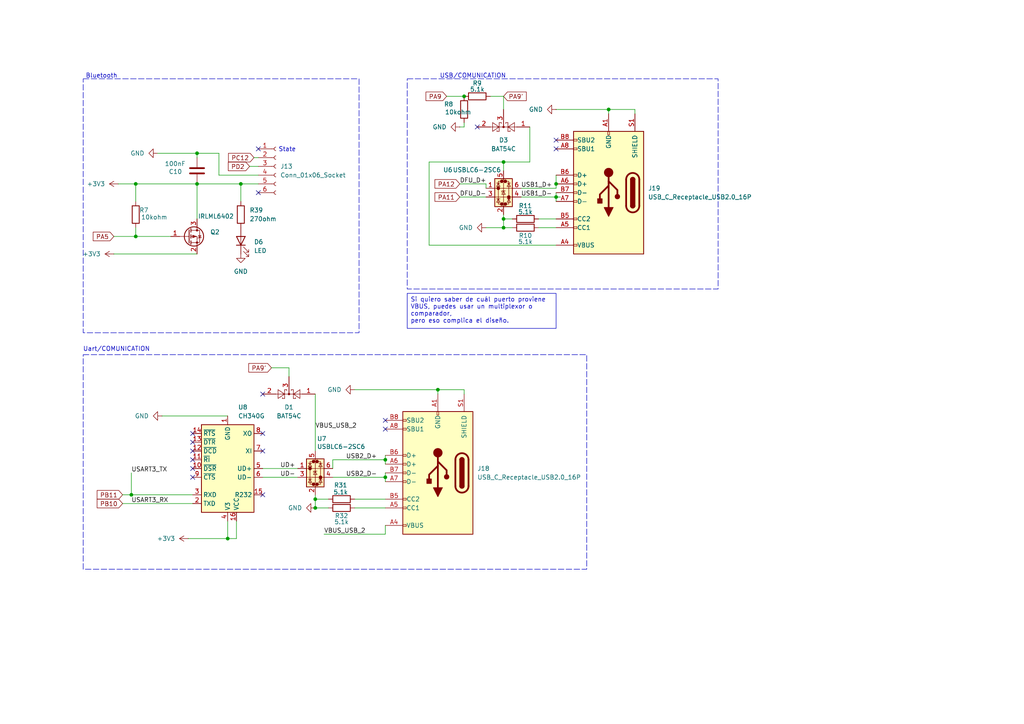
<source format=kicad_sch>
(kicad_sch (version 20231120) (generator "eeschema") (generator_version "8.0")
  (paper "A4")
  (lib_symbols
    (symbol "Connector:Conn_01x06_Socket" (pin_names (offset 1.016) hide)
      (property "Reference" "J" (at 0 7.62 0))
      (property "Value" "Conn_01x06_Socket" (at 0 -10.16 0))
      (symbol "Conn_01x06_Socket_1_1"
        (arc (start 0 -7.112) (mid -0.5058 -7.62) (end 0 -8.128) (stroke (width 0.1524)))
        (arc (start 0 -4.572) (mid -0.5058 -5.08) (end 0 -5.588) (stroke (width 0.1524)))
        (arc (start 0 -2.032) (mid -0.5058 -2.54) (end 0 -3.048) (stroke (width 0.1524)))
        (polyline (pts (xy -1.27 -7.62) (xy -0.508 -7.62)) (stroke (width 0.1524)))
        (polyline (pts (xy -1.27 -5.08) (xy -0.508 -5.08)) (stroke (width 0.1524)))
        (polyline (pts (xy -1.27 -2.54) (xy -0.508 -2.54)) (stroke (width 0.1524)))
        (polyline (pts (xy -1.27 0) (xy -0.508 0)) (stroke (width 0.1524)))
        (polyline (pts (xy -1.27 2.54) (xy -0.508 2.54)) (stroke (width 0.1524)))
        (polyline (pts (xy -1.27 5.08) (xy -0.508 5.08)) (stroke (width 0.1524)))
        (arc (start 0 0.508) (mid -0.5058 0) (end 0 -0.508) (stroke (width 0.1524)))
        (arc (start 0 3.048) (mid -0.5058 2.54) (end 0 2.032) (stroke (width 0.1524)))
        (arc (start 0 5.588) (mid -0.5058 5.08) (end 0 4.572) (stroke (width 0.1524)))
        (pin passive line (at -5.08 5.08 0) (length 3.81) (name "Pin_1") (number "1"))
        (pin passive line (at -5.08 2.54 0) (length 3.81) (name "Pin_2") (number "2"))
        (pin passive line (at -5.08 0 0) (length 3.81) (name "Pin_3") (number "3"))
        (pin passive line (at -5.08 -2.54 0) (length 3.81) (name "Pin_4") (number "4"))
        (pin passive line (at -5.08 -5.08 0) (length 3.81) (name "Pin_5") (number "5"))
        (pin passive line (at -5.08 -7.62 0) (length 3.81) (name "Pin_6") (number "6"))
      )
    )
    (symbol "Connector:USB_C_Receptacle_USB2.0_16P" (pin_names (offset 1.016))
      (property "Reference" "J" (at 0 22.225 0))
      (property "Value" "USB_C_Receptacle_USB2.0_16P" (at 0 19.685 0))
      (symbol "USB_C_Receptacle_USB2.0_16P_0_0"
        (rectangle (start -0.254 -17.78) (end 0.254 -16.764))
        (rectangle (start 10.16 -14.986) (end 9.144 -15.494))
        (rectangle (start 10.16 -12.446) (end 9.144 -12.954))
        (rectangle (start 10.16 -4.826) (end 9.144 -5.334))
        (rectangle (start 10.16 -2.286) (end 9.144 -2.794))
        (rectangle (start 10.16 0.254) (end 9.144 -0.254))
        (rectangle (start 10.16 2.794) (end 9.144 2.286))
        (rectangle (start 10.16 7.874) (end 9.144 7.366))
        (rectangle (start 10.16 10.414) (end 9.144 9.906))
        (rectangle (start 10.16 15.494) (end 9.144 14.986))
      )
      (symbol "USB_C_Receptacle_USB2.0_16P_0_1"
        (rectangle (start -10.16 17.78) (end 10.16 -17.78) (stroke (width 0.254)) (fill (type background)))
        (arc (start -8.89 -3.81) (mid -6.985 -5.7067) (end -5.08 -3.81) (stroke (width 0.508)))
        (arc (start -7.62 -3.81) (mid -6.985 -4.4423) (end -6.35 -3.81) (stroke (width 0.254)))
        (arc (start -7.62 -3.81) (mid -6.985 -4.4423) (end -6.35 -3.81) (stroke (width 0.254)) (fill (type outline)))
        (rectangle (start -7.62 -3.81) (end -6.35 3.81) (stroke (width 0.254)) (fill (type outline)))
        (arc (start -6.35 3.81) (mid -6.985 4.4423) (end -7.62 3.81) (stroke (width 0.254)))
        (arc (start -6.35 3.81) (mid -6.985 4.4423) (end -7.62 3.81) (stroke (width 0.254)) (fill (type outline)))
        (arc (start -5.08 3.81) (mid -6.985 5.7067) (end -8.89 3.81) (stroke (width 0.508)))
        (circle (center -2.54 1.143) (radius 0.635) (stroke (width 0.254)) (fill (type outline)))
        (circle (center 0 -5.842) (radius 1.27) (fill (type outline)))
        (polyline (pts (xy -8.89 -3.81) (xy -8.89 3.81)) (stroke (width 0.508)))
        (polyline (pts (xy -5.08 3.81) (xy -5.08 -3.81)) (stroke (width 0.508)))
        (polyline (pts (xy 0 -5.842) (xy 0 4.318)) (stroke (width 0.508)))
        (polyline (pts (xy 0 -3.302) (xy -2.54 -0.762) (xy -2.54 0.508)) (stroke (width 0.508)))
        (polyline (pts (xy 0 -2.032) (xy 2.54 0.508) (xy 2.54 1.778)) (stroke (width 0.508)))
        (polyline (pts (xy -1.27 4.318) (xy 0 6.858) (xy 1.27 4.318) (xy -1.27 4.318)) (stroke (width 0.254)) (fill (type outline)))
        (rectangle (start 1.905 1.778) (end 3.175 3.048) (stroke (width 0.254)) (fill (type outline)))
      )
      (symbol "USB_C_Receptacle_USB2.0_16P_1_1"
        (pin passive line (at 0 -22.86 90) (length 5.08) (name "GND") (number "A1"))
        (pin passive line (at 0 -22.86 90) (length 5.08) hide (name "GND") (number "A12"))
        (pin passive line (at 15.24 15.24 180) (length 5.08) (name "VBUS") (number "A4"))
        (pin bidirectional line (at 15.24 10.16 180) (length 5.08) (name "CC1") (number "A5"))
        (pin bidirectional line (at 15.24 -2.54 180) (length 5.08) (name "D+") (number "A6"))
        (pin bidirectional line (at 15.24 2.54 180) (length 5.08) (name "D-") (number "A7"))
        (pin bidirectional line (at 15.24 -12.7 180) (length 5.08) (name "SBU1") (number "A8"))
        (pin passive line (at 15.24 15.24 180) (length 5.08) hide (name "VBUS") (number "A9"))
        (pin passive line (at 0 -22.86 90) (length 5.08) hide (name "GND") (number "B1"))
        (pin passive line (at 0 -22.86 90) (length 5.08) hide (name "GND") (number "B12"))
        (pin passive line (at 15.24 15.24 180) (length 5.08) hide (name "VBUS") (number "B4"))
        (pin bidirectional line (at 15.24 7.62 180) (length 5.08) (name "CC2") (number "B5"))
        (pin bidirectional line (at 15.24 -5.08 180) (length 5.08) (name "D+") (number "B6"))
        (pin bidirectional line (at 15.24 0 180) (length 5.08) (name "D-") (number "B7"))
        (pin bidirectional line (at 15.24 -15.24 180) (length 5.08) (name "SBU2") (number "B8"))
        (pin passive line (at 15.24 15.24 180) (length 5.08) hide (name "VBUS") (number "B9"))
        (pin passive line (at -7.62 -22.86 90) (length 5.08) (name "SHIELD") (number "S1"))
      )
    )
    (symbol "Device:C" (pin_numbers hide) (pin_names (offset 0.254))
      (property "Reference" "C" (at 0.635 2.54 0))
      (property "Value" "C" (at 0.635 -2.54 0))
      (symbol "C_0_1"
        (polyline (pts (xy -2.032 -0.762) (xy 2.032 -0.762)) (stroke (width 0.508)))
        (polyline (pts (xy -2.032 0.762) (xy 2.032 0.762)) (stroke (width 0.508)))
      )
      (symbol "C_1_1"
        (pin passive line (at 0 3.81 270) (length 2.794) (name "~") (number "1"))
        (pin passive line (at 0 -3.81 90) (length 2.794) (name "~") (number "2"))
      )
    )
    (symbol "Device:LED" (pin_numbers hide) (pin_names (offset 1.016) hide)
      (property "Reference" "D" (at 0 2.54 0))
      (property "Value" "LED" (at 0 -2.54 0))
      (symbol "LED_0_1"
        (polyline (pts (xy -1.27 -1.27) (xy -1.27 1.27)) (stroke (width 0.254)))
        (polyline (pts (xy -1.27 0) (xy 1.27 0)))
        (polyline (pts (xy 1.27 -1.27) (xy 1.27 1.27) (xy -1.27 0) (xy 1.27 -1.27)) (stroke (width 0.254)))
        (polyline (pts (xy -3.048 -0.762) (xy -4.572 -2.286) (xy -3.81 -2.286) (xy -4.572 -2.286) (xy -4.572 -1.524)))
        (polyline (pts (xy -1.778 -0.762) (xy -3.302 -2.286) (xy -2.54 -2.286) (xy -3.302 -2.286) (xy -3.302 -1.524)))
      )
      (symbol "LED_1_1"
        (pin passive line (at -3.81 0 0) (length 2.54) (name "K") (number "1"))
        (pin passive line (at 3.81 0 180) (length 2.54) (name "A") (number "2"))
      )
    )
    (symbol "Device:R" (pin_numbers hide) (pin_names (offset 0))
      (property "Reference" "R" (at 2.032 0 90))
      (property "Value" "R" (at 0 0 90))
      (symbol "R_0_1"
        (rectangle (start -1.016 -2.54) (end 1.016 2.54) (stroke (width 0.254)))
      )
      (symbol "R_1_1"
        (pin passive line (at 0 3.81 270) (length 1.27) (name "~") (number "1"))
        (pin passive line (at 0 -3.81 90) (length 1.27) (name "~") (number "2"))
      )
    )
    (symbol "Diode:BAT54C" (pin_names (offset 1.016))
      (property "Reference" "D" (at 0.635 -3.81 0))
      (property "Value" "BAT54C" (at -6.35 3.175 0))
      (symbol "BAT54C_0_1"
        (polyline (pts (xy -1.905 0) (xy 1.905 0)))
        (polyline (pts (xy -1.905 1.27) (xy -1.905 1.016)))
        (polyline (pts (xy -1.27 -1.27) (xy -0.635 -1.27)))
        (polyline (pts (xy -1.27 0) (xy -3.81 0)))
        (polyline (pts (xy -1.27 1.27) (xy -1.905 1.27)))
        (polyline (pts (xy -1.27 1.27) (xy -1.27 -1.27)))
        (polyline (pts (xy -0.635 -1.27) (xy -0.635 -1.016)))
        (polyline (pts (xy 0.635 -1.27) (xy 0.635 -1.016)))
        (polyline (pts (xy 1.27 -1.27) (xy 0.635 -1.27)))
        (polyline (pts (xy 1.27 1.27) (xy 1.27 -1.27)))
        (polyline (pts (xy 1.27 1.27) (xy 1.905 1.27)))
        (polyline (pts (xy 1.905 1.27) (xy 1.905 1.016)))
        (polyline (pts (xy 3.81 0) (xy 1.27 0)))
        (polyline (pts (xy -3.175 -1.27) (xy -3.175 1.27) (xy -1.27 0) (xy -3.175 -1.27)))
        (polyline (pts (xy 3.175 -1.27) (xy 3.175 1.27) (xy 1.27 0) (xy 3.175 -1.27)))
        (circle (center 0 0) (radius 0.254) (fill (type outline)))
      )
      (symbol "BAT54C_1_1"
        (pin passive line (at -7.62 0 0) (length 3.81) (name "~") (number "1"))
        (pin passive line (at 7.62 0 180) (length 3.81) (name "~") (number "2"))
        (pin passive line (at 0 -5.08 90) (length 5.08) (name "~") (number "3"))
      )
    )
    (symbol "Interface_USB:CH340G"
      (property "Reference" "U8" (at -3.0165 -17.78 0))
      (property "Value" "CH340G" (at -3.0165 -15.24 0))
      (symbol "CH340G_0_1"
        (rectangle (start -7.62 12.7) (end 7.62 -12.7) (stroke (width 0.254)) (fill (type background)))
      )
      (symbol "CH340G_1_1"
        (pin power_in line (at 0 -15.24 90) (length 2.54) (name "GND") (number "1"))
        (pin input line (at 10.16 0 180) (length 2.54) (name "~{DSR}") (number "10"))
        (pin input line (at 10.16 -2.54 180) (length 2.54) (name "~{RI}") (number "11"))
        (pin input line (at 10.16 -5.08 180) (length 2.54) (name "~{DCD}") (number "12"))
        (pin output line (at 10.16 -7.62 180) (length 2.54) (name "~{DTR}") (number "13"))
        (pin output line (at 10.16 -10.16 180) (length 2.54) (name "~{RTS}") (number "14"))
        (pin input line (at -10.16 7.62 0) (length 2.54) (name "R232") (number "15"))
        (pin power_in line (at -2.54 15.24 270) (length 2.54) (name "VCC") (number "16"))
        (pin output line (at 10.16 10.16 180) (length 2.54) (name "TXD") (number "2"))
        (pin input line (at 10.16 7.62 180) (length 2.54) (name "RXD") (number "3"))
        (pin power_out line (at 0 15.24 270) (length 2.54) (name "V3") (number "4"))
        (pin bidirectional line (at -10.16 0 0) (length 2.54) (name "UD+") (number "5"))
        (pin bidirectional line (at -10.16 2.54 0) (length 2.54) (name "UD-") (number "6"))
        (pin input line (at -10.16 -5.08 0) (length 2.54) (name "XI") (number "7"))
        (pin output line (at -10.16 -10.16 0) (length 2.54) (name "XO") (number "8"))
        (pin input line (at 10.16 2.54 180) (length 2.54) (name "~{CTS}") (number "9"))
      )
    )
    (symbol "Power_Protection:USBLC6-2SC6" (pin_names hide)
      (property "Reference" "U" (at 0.635 5.715 0))
      (property "Value" "USBLC6-2SC6" (at 0.635 3.81 0))
      (symbol "USBLC6-2SC6_0_0"
        (circle (center -1.524 0) (radius 0.0001) (stroke (width 0.508)))
        (circle (center -0.508 -4.572) (radius 0.0001) (stroke (width 0.508)))
        (circle (center -0.508 2.032) (radius 0.0001) (stroke (width 0.508)))
        (circle (center 0.508 -4.572) (radius 0.0001) (stroke (width 0.508)))
        (circle (center 0.508 2.032) (radius 0.0001) (stroke (width 0.508)))
        (circle (center 1.524 -2.54) (radius 0.0001) (stroke (width 0.508)))
      )
      (symbol "USBLC6-2SC6_0_1"
        (polyline (pts (xy -2.54 -2.54) (xy 2.54 -2.54)))
        (polyline (pts (xy -2.54 0) (xy 2.54 0)))
        (polyline (pts (xy -2.032 -3.048) (xy -1.016 -3.048)))
        (polyline (pts (xy -1.016 1.524) (xy -2.032 1.524)))
        (polyline (pts (xy 1.016 -3.048) (xy 2.032 -3.048)))
        (polyline (pts (xy 1.016 1.524) (xy 2.032 1.524)))
        (polyline (pts (xy -0.508 -1.143) (xy -0.508 -0.762) (xy 0.508 -0.762)))
        (polyline (pts (xy -2.032 0.508) (xy -1.016 0.508) (xy -1.524 1.524) (xy -2.032 0.508)))
        (polyline (pts (xy -1.016 -4.064) (xy -2.032 -4.064) (xy -1.524 -3.048) (xy -1.016 -4.064)))
        (polyline (pts (xy 0.508 -1.778) (xy -0.508 -1.778) (xy 0 -0.762) (xy 0.508 -1.778)))
        (polyline (pts (xy 2.032 -4.064) (xy 1.016 -4.064) (xy 1.524 -3.048) (xy 2.032 -4.064)))
        (polyline (pts (xy 2.032 0.508) (xy 1.016 0.508) (xy 1.524 1.524) (xy 2.032 0.508)))
        (polyline (pts (xy 0 2.54) (xy -0.508 2.032) (xy 0.508 2.032) (xy 0 1.524) (xy 0 -4.064) (xy -0.508 -4.572) (xy 0.508 -4.572) (xy 0 -5.08)))
      )
      (symbol "USBLC6-2SC6_1_1"
        (rectangle (start -2.54 2.794) (end 2.54 -5.334) (stroke (width 0.254)) (fill (type background)))
        (polyline (pts (xy -0.508 2.032) (xy -1.524 2.032) (xy -1.524 -4.572) (xy -0.508 -4.572)))
        (polyline (pts (xy 0.508 -4.572) (xy 1.524 -4.572) (xy 1.524 2.032) (xy 0.508 2.032)))
        (pin passive line (at -5.08 0 0) (length 2.54) (name "I/O1") (number "1"))
        (pin passive line (at 0 -7.62 90) (length 2.54) (name "GND") (number "2"))
        (pin passive line (at -5.08 -2.54 0) (length 2.54) (name "I/O2") (number "3"))
        (pin passive line (at 5.08 -2.54 180) (length 2.54) (name "I/O2") (number "4"))
        (pin passive line (at 0 5.08 270) (length 2.54) (name "VBUS") (number "5"))
        (pin passive line (at 5.08 0 180) (length 2.54) (name "I/O1") (number "6"))
      )
    )
    (symbol "Transistor_FET:IRLML6402" (pin_names hide)
      (property "Reference" "Q" (at 5.08 1.905 0))
      (property "Value" "IRLML6402" (at 5.08 0 0))
      (symbol "IRLML6402_0_1"
        (polyline (pts (xy 0.254 0) (xy -2.54 0)))
        (polyline (pts (xy 0.254 1.905) (xy 0.254 -1.905)) (stroke (width 0.254)))
        (polyline (pts (xy 0.762 -1.27) (xy 0.762 -2.286)) (stroke (width 0.254)))
        (polyline (pts (xy 0.762 0.508) (xy 0.762 -0.508)) (stroke (width 0.254)))
        (polyline (pts (xy 0.762 2.286) (xy 0.762 1.27)) (stroke (width 0.254)))
        (polyline (pts (xy 2.54 2.54) (xy 2.54 1.778)))
        (polyline (pts (xy 2.54 -2.54) (xy 2.54 0) (xy 0.762 0)))
        (polyline (pts (xy 0.762 1.778) (xy 3.302 1.778) (xy 3.302 -1.778) (xy 0.762 -1.778)))
        (polyline (pts (xy 2.286 0) (xy 1.27 0.381) (xy 1.27 -0.381) (xy 2.286 0)) (fill (type outline)))
        (polyline (pts (xy 2.794 -0.508) (xy 2.921 -0.381) (xy 3.683 -0.381) (xy 3.81 -0.254)))
        (polyline (pts (xy 3.302 -0.381) (xy 2.921 0.254) (xy 3.683 0.254) (xy 3.302 -0.381)))
        (circle (center 1.651 0) (radius 2.794) (stroke (width 0.254)))
        (circle (center 2.54 -1.778) (radius 0.254) (fill (type outline)))
        (circle (center 2.54 1.778) (radius 0.254) (fill (type outline)))
      )
      (symbol "IRLML6402_1_1"
        (pin input line (at -5.08 0 0) (length 2.54) (name "G") (number "1"))
        (pin passive line (at 2.54 -5.08 90) (length 2.54) (name "S") (number "2"))
        (pin passive line (at 2.54 5.08 270) (length 2.54) (name "D") (number "3"))
      )
    )
    (symbol "power:+3V3" (power) (pin_numbers hide) (pin_names (offset 0) hide)
      (property "Value" "+3V3" (at 0 3.556 0))
      (symbol "+3V3_0_1"
        (polyline (pts (xy -0.762 1.27) (xy 0 2.54)))
        (polyline (pts (xy 0 0) (xy 0 2.54)))
        (polyline (pts (xy 0 2.54) (xy 0.762 1.27)))
      )
      (symbol "+3V3_1_1"
        (pin power_in line (at 0 0 90) (length 0) (name "~") (number "1"))
      )
    )
    (symbol "power:GND" (power) (pin_numbers hide) (pin_names (offset 0) hide)
      (property "Value" "GND" (at 0 -3.81 0))
      (symbol "GND_0_1"
        (polyline (pts (xy 0 0) (xy 0 -1.27) (xy 1.27 -1.27) (xy 0 -2.54) (xy -1.27 -1.27) (xy 0 -1.27)))
      )
      (symbol "GND_1_1"
        (pin power_in line (at 0 0 270) (length 0) (name "~") (number "1"))
      )
    )
  )
  (junction (at 146.05 63.5))
  (junction (at 111.76 133.35))
  (junction (at 146.05 46.99))
  (junction (at 39.37 68.58))
  (junction (at 57.15 44.45))
  (junction (at 176.53 31.75))
  (junction (at 39.37 53.34))
  (junction (at 66.04 156.21))
  (junction (at 161.29 53.34))
  (junction (at 38.1 143.51))
  (junction (at 134.62 27.94))
  (junction (at 57.15 53.34))
  (junction (at 146.05 66.04))
  (junction (at 111.76 138.43))
  (junction (at 91.44 144.78))
  (junction (at 127 113.03))
  (junction (at 91.44 147.32))
  (junction (at 161.29 57.15))
  (junction (at 69.85 53.34))
  (no_connect (at 138.43 36.83))
  (no_connect (at 76.2 125.73))
  (no_connect (at 76.2 114.3))
  (no_connect (at 111.76 124.46))
  (no_connect (at 111.76 121.92))
  (no_connect (at 55.88 133.35))
  (no_connect (at 55.88 135.89))
  (no_connect (at 76.2 130.81))
  (no_connect (at 161.29 43.18))
  (no_connect (at 161.29 40.64))
  (no_connect (at 55.88 130.81))
  (no_connect (at 74.93 55.88))
  (no_connect (at 76.2 143.51))
  (no_connect (at 55.88 138.43))
  (no_connect (at 55.88 125.73))
  (no_connect (at 74.93 43.18))
  (no_connect (at 55.88 128.27))
  (wire (pts (xy 153.67 36.83) (xy 153.67 46.99)))
  (wire (pts (xy 124.46 71.12) (xy 161.29 71.12)))
  (wire (pts (xy 102.87 147.32) (xy 111.76 147.32)))
  (wire (pts (xy 46.99 120.65) (xy 66.04 120.65)))
  (wire (pts (xy 140.97 53.34) (xy 140.97 54.61)))
  (wire (pts (xy 176.53 33.02) (xy 176.53 31.75)))
  (wire (pts (xy 57.15 44.45) (xy 63.5 44.45)))
  (wire (pts (xy 184.15 33.02) (xy 184.15 31.75)))
  (wire (pts (xy 161.29 55.88) (xy 161.29 57.15)))
  (wire (pts (xy 133.35 36.83) (xy 134.62 36.83)))
  (wire (pts (xy 161.29 57.15) (xy 161.29 58.42)))
  (wire (pts (xy 146.05 63.5) (xy 146.05 66.04)))
  (wire (pts (xy 102.87 144.78) (xy 111.76 144.78)))
  (wire (pts (xy 142.24 27.94) (xy 146.05 27.94)))
  (wire (pts (xy 134.62 113.03) (xy 134.62 114.3)))
  (wire (pts (xy 156.21 66.04) (xy 161.29 66.04)))
  (wire (pts (xy 69.85 53.34) (xy 57.15 53.34)))
  (wire (pts (xy 33.02 68.58) (xy 39.37 68.58)))
  (wire (pts (xy 96.52 133.35) (xy 111.76 133.35)))
  (wire (pts (xy 72.39 48.26) (xy 74.93 48.26)))
  (wire (pts (xy 69.85 58.42) (xy 69.85 53.34)))
  (wire (pts (xy 146.05 66.04) (xy 148.59 66.04)))
  (wire (pts (xy 54.61 156.21) (xy 66.04 156.21)))
  (wire (pts (xy 33.02 73.66) (xy 57.15 73.66)))
  (wire (pts (xy 111.76 137.16) (xy 111.76 138.43)))
  (wire (pts (xy 176.53 31.75) (xy 184.15 31.75)))
  (wire (pts (xy 76.2 135.89) (xy 86.36 135.89)))
  (wire (pts (xy 133.35 57.15) (xy 140.97 57.15)))
  (wire (pts (xy 35.56 143.51) (xy 38.1 143.51)))
  (wire (pts (xy 102.87 113.03) (xy 127 113.03)))
  (wire (pts (xy 111.76 138.43) (xy 111.76 139.7)))
  (wire (pts (xy 39.37 68.58) (xy 49.53 68.58)))
  (wire (pts (xy 140.97 66.04) (xy 146.05 66.04)))
  (wire (pts (xy 134.62 36.83) (xy 134.62 35.56)))
  (wire (pts (xy 68.58 151.13) (xy 68.58 156.21)))
  (wire (pts (xy 76.2 138.43) (xy 86.36 138.43)))
  (wire (pts (xy 111.76 133.35) (xy 111.76 134.62)))
  (wire (pts (xy 161.29 54.61) (xy 161.29 53.34)))
  (wire (pts (xy 35.56 146.05) (xy 55.88 146.05)))
  (wire (pts (xy 83.82 106.68) (xy 83.82 109.22)))
  (wire (pts (xy 124.46 46.99) (xy 124.46 71.12)))
  (wire (pts (xy 156.21 63.5) (xy 161.29 63.5)))
  (wire (pts (xy 93.98 154.94) (xy 111.76 154.94)))
  (wire (pts (xy 111.76 133.35) (xy 111.76 132.08)))
  (wire (pts (xy 161.29 50.8) (xy 161.29 53.34)))
  (wire (pts (xy 96.52 138.43) (xy 111.76 138.43)))
  (wire (pts (xy 153.67 46.99) (xy 146.05 46.99)))
  (wire (pts (xy 133.35 53.34) (xy 140.97 53.34)))
  (wire (pts (xy 96.52 135.89) (xy 96.52 133.35)))
  (wire (pts (xy 66.04 151.13) (xy 66.04 156.21)))
  (wire (pts (xy 161.29 31.75) (xy 176.53 31.75)))
  (wire (pts (xy 161.29 57.15) (xy 162.56 57.15)))
  (wire (pts (xy 39.37 53.34) (xy 39.37 58.42)))
  (wire (pts (xy 73.66 45.72) (xy 74.93 45.72)))
  (wire (pts (xy 91.44 147.32) (xy 91.44 144.78)))
  (wire (pts (xy 146.05 62.23) (xy 146.05 63.5)))
  (wire (pts (xy 111.76 154.94) (xy 111.76 152.4)))
  (wire (pts (xy 78.74 106.68) (xy 83.82 106.68)))
  (wire (pts (xy 151.13 54.61) (xy 161.29 54.61)))
  (wire (pts (xy 38.1 143.51) (xy 55.88 143.51)))
  (wire (pts (xy 39.37 66.04) (xy 39.37 68.58)))
  (wire (pts (xy 39.37 53.34) (xy 57.15 53.34)))
  (wire (pts (xy 95.25 147.32) (xy 91.44 147.32)))
  (wire (pts (xy 91.44 144.78) (xy 95.25 144.78)))
  (wire (pts (xy 38.1 137.16) (xy 38.1 143.51)))
  (wire (pts (xy 45.72 44.45) (xy 57.15 44.45)))
  (wire (pts (xy 57.15 45.72) (xy 57.15 44.45)))
  (wire (pts (xy 146.05 27.94) (xy 146.05 31.75)))
  (wire (pts (xy 34.29 53.34) (xy 39.37 53.34)))
  (wire (pts (xy 68.58 156.21) (xy 66.04 156.21)))
  (wire (pts (xy 74.93 53.34) (xy 69.85 53.34)))
  (wire (pts (xy 63.5 50.8) (xy 74.93 50.8)))
  (wire (pts (xy 134.62 113.03) (xy 127 113.03)))
  (wire (pts (xy 91.44 114.3) (xy 91.44 130.81)))
  (wire (pts (xy 146.05 63.5) (xy 148.59 63.5)))
  (wire (pts (xy 124.46 46.99) (xy 146.05 46.99)))
  (wire (pts (xy 57.15 53.34) (xy 57.15 63.5)))
  (wire (pts (xy 134.62 27.94) (xy 129.54 27.94)))
  (wire (pts (xy 151.13 57.15) (xy 161.29 57.15)))
  (wire (pts (xy 127 114.3) (xy 127 113.03)))
  (wire (pts (xy 91.44 143.51) (xy 91.44 144.78)))
  (wire (pts (xy 146.05 46.99) (xy 146.05 49.53)))
  (wire (pts (xy 63.5 44.45) (xy 63.5 50.8)))
  (rectangle (start 24.13 102.87) (end 170.18 165.1) (stroke (width 0) (type dash)))
  (rectangle (start 24.13 22.86) (end 104.14 96.52) (stroke (width 0) (type dash)))
  (rectangle (start 118.11 22.86) (end 208.28 83.82) (stroke (width 0) (type dash)))
  (text_box "Si quiero saber de cuál puerto proviene VBUS, puedes usar un multiplexor o comparador,\npero eso complica el diseño." (at 118.11 85.09 0) (size 43.18 10.16) (effects (font (size 1.27 1.27)) (justify left top)))
  (text "State\n" (at 83.312 43.434 0) (effects (font (size 1.27 1.27))))
  (text "Uart/COMUNICATION\n" (at 33.782 101.346 0) (effects (font (size 1.27 1.27))))
  (text "Bluetooth" (at 29.464 22.098 0) (effects (font (size 1.27 1.27))))
  (text "USB/COMUNICATION\n" (at 137.16 22.098 0) (effects (font (size 1.27 1.27))))
  (label "USB1_D+" (at 151.13 54.61 0))
  (label "VBUS_USB_2" (at 91.44 124.46 0))
  (label "VBUS_USB_2" (at 93.98 154.94 0))
  (label "USB2_D-" (at 100.33 138.43 0))
  (label "USART3_RX" (at 38.1 146.05 0))
  (label "DFU_D+" (at 133.35 53.34 0))
  (label "USART3_TX" (at 38.1 137.16 0))
  (label "USB2_D+" (at 100.33 133.35 0))
  (label "USB1_D-" (at 151.13 57.15 0))
  (label "UD-" (at 81.28 138.43 0))
  (label "UD+" (at 81.28 135.89 0))
  (label "DFU_D-" (at 133.35 57.15 0))
  (global_label "PD2" (shape input) (at 72.39 48.26 180) (property "Intersheetrefs" "${INTERSHEET_REFS}" (effects (hide yes))))
  (global_label "PA9'" (shape input) (at 146.05 27.94 0) (property "Intersheetrefs" "${INTERSHEET_REFS}" (effects (hide yes))))
  (global_label "PB11" (shape input) (at 35.56 143.51 180) (property "Intersheetrefs" "${INTERSHEET_REFS}" (effects (hide yes))))
  (global_label "PA9'" (shape input) (at 78.74 106.68 180) (property "Intersheetrefs" "${INTERSHEET_REFS}" (effects (hide yes))))
  (global_label "PA5" (shape input) (at 33.02 68.58 180) (property "Intersheetrefs" "${INTERSHEET_REFS}" (effects (hide yes))))
  (global_label "PA11" (shape input) (at 133.35 57.15 180) (property "Intersheetrefs" "${INTERSHEET_REFS}" (effects (hide yes))))
  (global_label "PB10" (shape input) (at 35.56 146.05 180) (property "Intersheetrefs" "${INTERSHEET_REFS}" (effects (hide yes))))
  (global_label "PA9" (shape input) (at 129.54 27.94 180) (property "Intersheetrefs" "${INTERSHEET_REFS}" (effects (hide yes))))
  (global_label "PA12" (shape input) (at 133.35 53.34 180) (property "Intersheetrefs" "${INTERSHEET_REFS}" (effects (hide yes))))
  (global_label "PC12" (shape input) (at 73.66 45.72 180) (property "Intersheetrefs" "${INTERSHEET_REFS}" (effects (hide yes))))
  (symbol (lib_id "Device:R") (at 138.43 27.94 90) (unit 1)
    (property "Reference" "R9" (at 138.43 24.13 90))
    (property "Value" "5.1k" (at 138.43 25.908 90))
    (property "Footprint" "Resistor_SMD:R_0805_2012Metric" (effects (hide yes)))
    (property "Description" "Resistor" (effects (hide yes)))
    (property "LCSC Part #" "C27834" (effects (hide yes)))
  )
  (symbol (lib_id "Device:R") (at 152.4 66.04 90) (unit 1)
    (property "Reference" "R10" (at 152.4 68.326 90))
    (property "Value" "5.1k" (at 152.4 70.104 90))
    (property "Footprint" "Resistor_SMD:R_0805_2012Metric" (effects (hide yes)))
    (property "Description" "Resistor" (effects (hide yes)))
    (property "LCSC Part #" "C27834" (effects (hide yes)))
  )
  (symbol (lib_id "Device:LED") (at 69.85 69.85 90) (unit 1)
    (property "Reference" "D6" (at 73.66 70.1674 90) (effects (justify right)))
    (property "Value" "LED" (at 73.66 72.7074 90) (effects (justify right)))
    (property "Footprint" "LED_SMD:LED_0805_2012Metric" (effects (hide yes)))
    (property "Description" "Light emitting diode" (effects (hide yes)))
  )
  (symbol (lib_id "power:+3V3") (at 33.02 73.66 90) (unit 1)
    (property "Reference" "#PWR085" (effects (hide yes)))
    (property "Value" "+3V3" (at 29.21 73.6599 90) (effects (justify left)))
    (property "Description" "Power symbol creates a global label with name \"+3V3\"" (effects (hide yes)))
  )
  (symbol (lib_id "power:GND") (at 133.35 36.83 270) (unit 1)
    (property "Reference" "#PWR077" (effects (hide yes)))
    (property "Value" "GND" (at 129.54 36.8299 90) (effects (justify right)))
    (property "Description" "Power symbol creates a global label with name \"GND\" , ground" (effects (hide yes)))
  )
  (symbol (lib_id "Connector:USB_C_Receptacle_USB2.0_16P") (at 127 137.16 180) (unit 1)
    (property "Reference" "J18" (at 138.43 135.8899 0) (effects (justify right)))
    (property "Value" "USB_C_Receptacle_USB2.0_16P" (at 138.43 138.4299 0) (effects (justify right)))
    (property "Footprint" "Connector_USB:USB_C_Receptacle_GCT_USB4105-xx-A_16P_TopMnt_Horizontal" (effects (hide yes)))
    (property "Datasheet" "https://www.usb.org/sites/default/files/documents/usb_type-c.zip" (effects (hide yes)))
    (property "Description" "USB 2.0-only 16P Type-C Receptacle connector" (effects (hide yes)))
    (property "LCSC Part #" "C165948" (effects (hide yes)))
  )
  (symbol (lib_id "power:+3V3") (at 34.29 53.34 90) (unit 1)
    (property "Reference" "#PWR063" (effects (hide yes)))
    (property "Value" "+3V3" (at 30.48 53.3399 90) (effects (justify left)))
    (property "Description" "Power symbol creates a global label with name \"+3V3\"" (effects (hide yes)))
  )
  (symbol (lib_id "Device:R") (at 134.62 31.75 0) (unit 1)
    (property "Reference" "R8" (at 128.778 30.226 0) (effects (justify left)))
    (property "Value" "10kohm" (at 129.032 32.512 0) (effects (justify left)))
    (property "Footprint" "Resistor_SMD:R_0805_2012Metric" (effects (hide yes)))
    (property "Description" "Resistor" (effects (hide yes)))
    (property "LCSC Part #" "C17414" (effects (hide yes)))
  )
  (symbol (lib_id "Power_Protection:USBLC6-2SC6") (at 146.05 54.61 0) (unit 1)
    (property "Reference" "U6" (at 128.524 49.276 0) (effects (justify left)))
    (property "Value" "USBLC6-2SC6" (at 131.318 49.276 0) (effects (justify left)))
    (property "Footprint" "Package_TO_SOT_SMD:SOT-23-6" (effects (hide yes)))
    (property "Datasheet" "https://www.st.com/resource/en/datasheet/usblc6-2.pdf" (effects (hide yes)))
    (property "Description" "Very low capacitance ESD protection diode, 2 data-line, SOT-23-6" (effects (hide yes)))
    (property "LCSC Part #" "C7519" (effects (hide yes)))
  )
  (symbol (lib_id "power:GND") (at 69.85 73.66 0) (unit 1)
    (property "Reference" "#PWR095" (effects (hide yes)))
    (property "Value" "GND" (at 69.85 78.74 0))
    (property "Description" "Power symbol creates a global label with name \"GND\" , ground" (effects (hide yes)))
  )
  (symbol (lib_id "Device:R") (at 152.4 63.5 90) (unit 1)
    (property "Reference" "R11" (at 152.4 59.69 90))
    (property "Value" "5.1k" (at 152.4 61.468 90))
    (property "Footprint" "Resistor_SMD:R_0805_2012Metric" (effects (hide yes)))
    (property "Description" "Resistor" (effects (hide yes)))
    (property "LCSC Part #" "C27834" (effects (hide yes)))
  )
  (symbol (lib_id "Device:R") (at 99.06 147.32 90) (unit 1)
    (property "Reference" "R32" (at 99.06 149.606 90))
    (property "Value" "5.1k" (at 99.06 151.384 90))
    (property "Footprint" "Resistor_SMD:R_0805_2012Metric" (effects (hide yes)))
    (property "Description" "Resistor" (effects (hide yes)))
    (property "LCSC Part #" "C27834" (effects (hide yes)))
  )
  (symbol (lib_id "Connector:USB_C_Receptacle_USB2.0_16P") (at 176.53 55.88 180) (unit 1)
    (property "Reference" "J19" (at 187.96 54.6099 0) (effects (justify right)))
    (property "Value" "USB_C_Receptacle_USB2.0_16P" (at 187.96 57.1499 0) (effects (justify right)))
    (property "Footprint" "Connector_USB:USB_C_Receptacle_GCT_USB4105-xx-A_16P_TopMnt_Horizontal" (effects (hide yes)))
    (property "Datasheet" "https://www.usb.org/sites/default/files/documents/usb_type-c.zip" (effects (hide yes)))
    (property "Description" "USB 2.0-only 16P Type-C Receptacle connector" (effects (hide yes)))
    (property "LCSC Part #" "C165948" (effects (hide yes)))
  )
  (symbol (lib_id "Device:R") (at 69.85 62.23 180) (unit 1)
    (property "Reference" "R39" (at 72.39 60.9599 0) (effects (justify right)))
    (property "Value" "270ohm" (at 72.39 63.4999 0) (effects (justify right)))
    (property "Footprint" "Resistor_SMD:R_0805_2012Metric" (effects (hide yes)))
    (property "Description" "Resistor" (effects (hide yes)))
    (property "LCSC Part #" "C17414" (effects (hide yes)))
  )
  (symbol (lib_id "power:+3V3") (at 54.61 156.21 90) (unit 1)
    (property "Reference" "#PWR086" (effects (hide yes)))
    (property "Value" "+3V3" (at 50.8 156.2099 90) (effects (justify left)))
    (property "Description" "Power symbol creates a global label with name \"+3V3\"" (effects (hide yes)))
  )
  (symbol (lib_id "Power_Protection:USBLC6-2SC6") (at 91.44 135.89 0) (unit 1)
    (property "Reference" "U7" (at 91.948 127.254 0) (effects (justify left)))
    (property "Value" "USBLC6-2SC6" (at 91.948 129.54 0) (effects (justify left)))
    (property "Footprint" "Package_TO_SOT_SMD:SOT-23-6" (effects (hide yes)))
    (property "Datasheet" "https://www.st.com/resource/en/datasheet/usblc6-2.pdf" (effects (hide yes)))
    (property "Description" "Very low capacitance ESD protection diode, 2 data-line, SOT-23-6" (effects (hide yes)))
    (property "LCSC Part #" "C7519" (effects (hide yes)))
  )
  (symbol (lib_id "Connector:Conn_01x06_Socket") (at 80.01 48.26 0) (unit 1)
    (property "Reference" "J13" (at 81.28 48.2599 0) (effects (justify left)))
    (property "Value" "Conn_01x06_Socket" (at 81.28 50.7999 0) (effects (justify left)))
    (property "Footprint" "Connector_PinSocket_2.54mm:PinSocket_1x06_P2.54mm_Vertical" (effects (hide yes)))
    (property "Description" "Generic connector, single row, 01x06, script generated" (effects (hide yes)))
  )
  (symbol (lib_id "Device:R") (at 99.06 144.78 90) (unit 1)
    (property "Reference" "R31" (at 98.806 140.716 90))
    (property "Value" "5.1k" (at 98.806 142.748 90))
    (property "Footprint" "Resistor_SMD:R_0805_2012Metric" (effects (hide yes)))
    (property "Description" "Resistor" (effects (hide yes)))
    (property "LCSC Part #" "C27834" (effects (hide yes)))
  )
  (symbol (lib_id "Diode:BAT54C") (at 83.82 114.3 180) (unit 1)
    (property "Reference" "D1" (at 83.82 118.11 0))
    (property "Value" "BAT54C" (at 83.82 120.65 0))
    (property "Footprint" "Package_TO_SOT_SMD:SOT-23" (effects (hide yes)))
    (property "Datasheet" "http://www.diodes.com/_files/datasheets/ds11005.pdf" (effects (hide yes)))
    (property "Description" "dual schottky barrier diode, common cathode" (effects (hide yes)))
    (property "LCSC Part #" "C2135" (effects (hide yes)))
  )
  (symbol (lib_id "power:GND") (at 91.44 147.32 270) (unit 1)
    (property "Reference" "#PWR081" (effects (hide yes)))
    (property "Value" "GND" (at 87.63 147.3199 90) (effects (justify right)))
    (property "Description" "Power symbol creates a global label with name \"GND\" , ground" (effects (hide yes)))
  )
  (symbol (lib_id "Device:R") (at 39.37 62.23 0) (unit 1)
    (property "Reference" "R7" (at 40.386 60.96 0) (effects (justify left)))
    (property "Value" "10kohm" (at 40.894 62.992 0) (effects (justify left)))
    (property "Footprint" "Resistor_SMD:R_0805_2012Metric" (effects (hide yes)))
    (property "Description" "Resistor" (effects (hide yes)))
    (property "LCSC Part #" "C17414" (effects (hide yes)))
  )
  (symbol (lib_id "Device:C") (at 57.15 49.53 180) (unit 1)
    (property "Reference" "C10" (at 52.832 49.784 0) (effects (justify left)))
    (property "Value" "100nF" (at 53.848 47.498 0) (effects (justify left)))
    (property "Footprint" "Capacitor_SMD:C_0805_2012Metric" (effects (hide yes)))
    (property "Description" "Unpolarized capacitor" (effects (hide yes)))
    (property "LCSC Part #" "C49678" (effects (hide yes)))
  )
  (symbol (lib_id "power:GND") (at 45.72 44.45 270) (unit 1)
    (property "Reference" "#PWR076" (effects (hide yes)))
    (property "Value" "GND" (at 41.91 44.4499 90) (effects (justify right)))
    (property "Description" "Power symbol creates a global label with name \"GND\" , ground" (effects (hide yes)))
  )
  (symbol (lib_id "power:GND") (at 102.87 113.03 270) (unit 1)
    (property "Reference" "#PWR080" (effects (hide yes)))
    (property "Value" "GND" (at 99.06 113.0299 90) (effects (justify right)))
    (property "Description" "Power symbol creates a global label with name \"GND\" , ground" (effects (hide yes)))
  )
  (symbol (lib_id "power:GND") (at 161.29 31.75 270) (unit 1)
    (property "Reference" "#PWR078" (effects (hide yes)))
    (property "Value" "GND" (at 157.48 31.7499 90) (effects (justify right)))
    (property "Description" "Power symbol creates a global label with name \"GND\" , ground" (effects (hide yes)))
  )
  (symbol (lib_id "Diode:BAT54C") (at 146.05 36.83 180) (unit 1)
    (property "Reference" "D3" (at 146.05 40.64 0))
    (property "Value" "BAT54C" (at 146.05 43.18 0))
    (property "Footprint" "Package_TO_SOT_SMD:SOT-23" (effects (hide yes)))
    (property "Datasheet" "http://www.diodes.com/_files/datasheets/ds11005.pdf" (effects (hide yes)))
    (property "Description" "dual schottky barrier diode, common cathode" (effects (hide yes)))
    (property "LCSC Part #" "C2135" (effects (hide yes)))
  )
  (symbol (lib_id "Interface_USB:CH340G") (at 66.04 135.89 180) (unit 1)
    (property "Reference" "U8" (at 69.0565 118.11 0) (effects (justify right)))
    (property "Value" "CH340G" (at 69.0565 120.65 0) (effects (justify right)))
    (property "Footprint" "Package_SO:SOIC-16_3.9x9.9mm_P1.27mm" (effects (hide yes)))
    (property "Datasheet" "http://www.datasheet5.com/pdf-local-2195953" (effects (hide yes)))
    (property "Description" "USB serial converter, UART, SOIC-16" (effects (hide yes)))
    (property "LCSC Part #" "C14267" (effects (hide yes)))
  )
  (symbol (lib_id "power:GND") (at 140.97 66.04 270) (unit 1)
    (property "Reference" "#PWR079" (effects (hide yes)))
    (property "Value" "GND" (at 137.16 66.0399 90) (effects (justify right)))
    (property "Description" "Power symbol creates a global label with name \"GND\" , ground" (effects (hide yes)))
  )
  (symbol (lib_id "power:GND") (at 46.99 120.65 270) (unit 1)
    (property "Reference" "#PWR082" (effects (hide yes)))
    (property "Value" "GND" (at 43.18 120.6499 90) (effects (justify right)))
    (property "Description" "Power symbol creates a global label with name \"GND\" , ground" (effects (hide yes)))
  )
  (symbol (lib_id "Transistor_FET:IRLML6402") (at 54.61 68.58 0) (unit 1)
    (property "Reference" "Q2" (at 60.96 67.3099 0) (effects (justify left)))
    (property "Value" "IRLML6402" (at 57.404 62.738 0) (effects (justify left)))
    (property "Footprint" "Package_TO_SOT_SMD:SOT-23" (effects (hide yes)))
    (property "Datasheet" "https://www.infineon.com/dgdl/irlml6402pbf.pdf?fileId=5546d462533600a401535668d5c2263c" (effects (hide yes)))
    (property "Description" "-3.7A Id, -20V Vds, 65mOhm Rds, P-Channel HEXFET Power MOSFET, SOT-23" (effects (hide yes)))
    (property "LCSC Part #" "C2593" (effects (hide yes)))
  )
)
</source>
